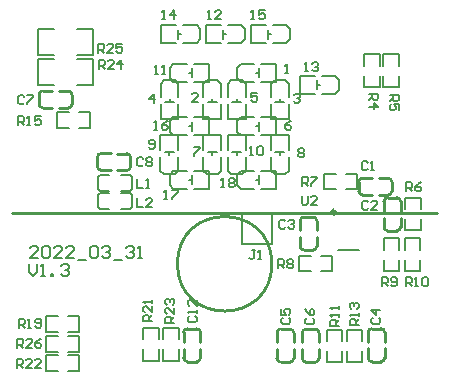
<source format=gto>
G04*
G04 #@! TF.GenerationSoftware,Altium Limited,Altium Designer,20.0.2 (26)*
G04*
G04 Layer_Color=65535*
%FSLAX25Y25*%
%MOIN*%
G70*
G01*
G75*
%ADD10C,0.01000*%
%ADD11C,0.01181*%
%ADD12C,0.00591*%
%ADD13C,0.00799*%
%ADD14C,0.00800*%
%ADD15C,0.00600*%
%ADD16C,0.00598*%
D10*
X86614Y42129D02*
G03*
X86614Y42129I-15748J0D01*
G01*
X125337Y65075D02*
G03*
X126557Y66295I0J1220D01*
G01*
Y69445D02*
G03*
X125337Y70665I-1220J0D01*
G01*
X115551Y66318D02*
G03*
X116771Y65098I1220J-0D01*
G01*
Y70688D02*
G03*
X115551Y69468I0J-1220D01*
G01*
X129540Y62968D02*
G03*
X128321Y64188I-1220J0D01*
G01*
X125171D02*
G03*
X123951Y62968I-0J-1220D01*
G01*
X128297Y53182D02*
G03*
X129517Y54401I0J1220D01*
G01*
X123928D02*
G03*
X125148Y53182I1220J0D01*
G01*
X96005Y47955D02*
G03*
X97225Y46736I1220J0D01*
G01*
X100374D02*
G03*
X101594Y47955I0J1220D01*
G01*
X97248Y57741D02*
G03*
X96028Y56522I-0J-1220D01*
G01*
X101617D02*
G03*
X100397Y57741I-1220J0D01*
G01*
X124217Y19337D02*
G03*
X122997Y20557I-1220J0D01*
G01*
X119847D02*
G03*
X118628Y19337I-0J-1220D01*
G01*
X122974Y9551D02*
G03*
X124194Y10771I0J1220D01*
G01*
X118605D02*
G03*
X119824Y9551I1220J0D01*
G01*
X88283Y10587D02*
G03*
X89503Y9367I1220J0D01*
G01*
X92653D02*
G03*
X93872Y10587I0J1220D01*
G01*
X89526Y20373D02*
G03*
X88306Y19153I-0J-1220D01*
G01*
X93895D02*
G03*
X92676Y20373I-1220J0D01*
G01*
X96733Y10587D02*
G03*
X97953Y9367I1220J0D01*
G01*
X101103D02*
G03*
X102323Y10587I0J1220D01*
G01*
X97976Y20373D02*
G03*
X96756Y19153I-0J-1220D01*
G01*
X102346D02*
G03*
X101126Y20373I-1220J0D01*
G01*
X10186Y99717D02*
G03*
X8967Y98497I0J-1220D01*
G01*
Y95347D02*
G03*
X10186Y94128I1220J-0D01*
G01*
X19973Y98474D02*
G03*
X18753Y99694I-1220J0D01*
G01*
Y94105D02*
G03*
X19973Y95324I0J1220D01*
G01*
X29686Y78917D02*
G03*
X28466Y77697I0J-1220D01*
G01*
Y74547D02*
G03*
X29686Y73327I1220J-0D01*
G01*
X39472Y77674D02*
G03*
X38253Y78894I-1220J0D01*
G01*
Y73305D02*
G03*
X39472Y74524I0J1220D01*
G01*
X57183Y10731D02*
G03*
X58403Y9511I1220J0D01*
G01*
X61553D02*
G03*
X62773Y10731I0J1220D01*
G01*
X58426Y20517D02*
G03*
X57206Y19297I-0J-1220D01*
G01*
X62795D02*
G03*
X61576Y20517I-1220J0D01*
G01*
X57Y59109D02*
X141789D01*
X115551Y66318D02*
Y69468D01*
X116771Y65098D02*
X119920D01*
X116771Y70688D02*
X119920D01*
X122187Y65075D02*
X125337D01*
X126557Y66295D02*
Y69445D01*
X122187Y70665D02*
X125337D01*
X125148Y53182D02*
X128297D01*
X129517Y54401D02*
Y57551D01*
X123928Y54401D02*
Y57551D01*
X129540Y59818D02*
Y62968D01*
X125171Y64187D02*
X128321D01*
X123951Y59818D02*
Y62968D01*
X97248Y57741D02*
X100398D01*
X96028Y53372D02*
Y56522D01*
X101617Y53372D02*
Y56522D01*
X96005Y47956D02*
Y51105D01*
X97225Y46736D02*
X100374D01*
X101594Y47956D02*
Y51105D01*
X119824Y9551D02*
X122974D01*
X124194Y10770D02*
Y13920D01*
X118605Y10770D02*
Y13920D01*
X124217Y16187D02*
Y19337D01*
X119847Y20557D02*
X122997D01*
X118628Y16187D02*
Y19337D01*
X89526Y20373D02*
X92676D01*
X88306Y16004D02*
Y19153D01*
X93895Y16004D02*
Y19153D01*
X88283Y10587D02*
Y13736D01*
X89503Y9367D02*
X92653D01*
X93872Y10587D02*
Y13736D01*
X97976Y20373D02*
X101126D01*
X96756Y16004D02*
Y19153D01*
X102346Y16004D02*
Y19153D01*
X96733Y10587D02*
Y13736D01*
X97953Y9367D02*
X101103D01*
X102322Y10587D02*
Y13736D01*
X19973Y95324D02*
Y98474D01*
X15603Y99694D02*
X18753D01*
X15603Y94105D02*
X18753D01*
X10187Y99717D02*
X13336D01*
X8967Y95347D02*
Y98497D01*
X10187Y94128D02*
X13336D01*
X39472Y74524D02*
Y77674D01*
X35103Y78894D02*
X38253D01*
X35103Y73305D02*
X38253D01*
X29686Y78917D02*
X32836D01*
X28467Y74547D02*
Y77697D01*
X29686Y73328D02*
X32836D01*
X58426Y20517D02*
X61576D01*
X57206Y16148D02*
Y19297D01*
X62795Y16148D02*
Y19297D01*
X57183Y10731D02*
Y13881D01*
X58403Y9511D02*
X61553D01*
X62772Y10731D02*
Y13881D01*
D11*
X107778Y59368D02*
G03*
X107778Y59368I-591J0D01*
G01*
D12*
X83081Y90953D02*
X88002D01*
X83081Y85047D02*
X88002D01*
X76191Y90953D02*
X80719D01*
X76191Y85047D02*
X80719D01*
X88002Y85126D02*
Y90952D01*
X75010Y86622D02*
Y89378D01*
Y89772D02*
X76191Y90953D01*
X75010Y89378D02*
Y89772D01*
Y86228D02*
X76191Y85047D01*
X75010Y86228D02*
Y86622D01*
X81400Y88025D02*
X82400D01*
Y86500D02*
Y89500D01*
X83081Y108753D02*
X88002D01*
X83081Y102847D02*
X88002D01*
X76191Y108753D02*
X80719D01*
X76191Y102847D02*
X80719D01*
X88002Y102926D02*
Y108752D01*
X75010Y104422D02*
Y107178D01*
Y107572D02*
X76191Y108753D01*
X75010Y107178D02*
Y107572D01*
Y104028D02*
X76191Y102847D01*
X75010Y104028D02*
Y104422D01*
X81400Y105825D02*
X82400D01*
Y104300D02*
Y107300D01*
X69653Y90398D02*
Y95319D01*
X63747Y90398D02*
Y95319D01*
X69653Y97681D02*
Y102209D01*
X63747Y97681D02*
Y102209D01*
X63826Y90398D02*
X69652D01*
X65322Y103390D02*
X68078D01*
X68472D02*
X69653Y102209D01*
X68078Y103390D02*
X68472D01*
X63747Y102209D02*
X64928Y103390D01*
X65322D01*
X66725Y96000D02*
Y97000D01*
X65200Y96000D02*
X68200D01*
X92253Y90398D02*
Y95319D01*
X86347Y90398D02*
Y95319D01*
X92253Y97681D02*
Y102209D01*
X86347Y97681D02*
Y102209D01*
X86426Y90398D02*
X92252D01*
X87922Y103390D02*
X90678D01*
X91072D02*
X92253Y102209D01*
X90678Y103390D02*
X91072D01*
X86347Y102209D02*
X87528Y103390D01*
X87922D01*
X89325Y96000D02*
Y97000D01*
X87800Y96000D02*
X90800D01*
X55453Y90398D02*
Y95319D01*
X49547Y90398D02*
Y95319D01*
X55453Y97681D02*
Y102209D01*
X49547Y97681D02*
Y102209D01*
X49626Y90398D02*
X55452D01*
X51122Y103390D02*
X53878D01*
X54272D02*
X55453Y102209D01*
X53878Y103390D02*
X54272D01*
X49547Y102209D02*
X50728Y103390D01*
X51122D01*
X52525Y96000D02*
Y97000D01*
X51000Y96000D02*
X54000D01*
X77853Y90398D02*
Y95319D01*
X71947Y90398D02*
Y95319D01*
X77853Y97681D02*
Y102209D01*
X71947Y97681D02*
Y102209D01*
X72026Y90398D02*
X77852D01*
X73522Y103390D02*
X76278D01*
X76672D02*
X77853Y102209D01*
X76278Y103390D02*
X76672D01*
X71947Y102209D02*
X73128Y103390D01*
X73522D01*
X74925Y96000D02*
Y97000D01*
X73400Y96000D02*
X76400D01*
X60681Y108753D02*
X65602D01*
X60681Y102847D02*
X65602D01*
X53791Y108753D02*
X58319D01*
X53791Y102847D02*
X58319D01*
X65602Y102926D02*
Y108752D01*
X52610Y104422D02*
Y107178D01*
Y107572D02*
X53791Y108753D01*
X52610Y107178D02*
Y107572D01*
Y104028D02*
X53791Y102847D01*
X52610Y104028D02*
Y104422D01*
X59000Y105825D02*
X60000D01*
Y104300D02*
Y107300D01*
X63800Y80081D02*
Y85002D01*
X69706Y80081D02*
Y85002D01*
X63800Y73191D02*
Y77719D01*
X69706Y73191D02*
Y77719D01*
X63801Y85002D02*
X69627D01*
X65375Y72010D02*
X68131D01*
X63800Y73191D02*
X64981Y72010D01*
X65375D01*
X68525D02*
X69706Y73191D01*
X68131Y72010D02*
X68525D01*
X66728Y78400D02*
Y79400D01*
X65253D02*
X68253D01*
X95998Y98847D02*
X100919D01*
X95998Y104753D02*
X100919D01*
X103281Y98847D02*
X107809D01*
X103281Y104753D02*
X107809D01*
X95998Y98848D02*
Y104674D01*
X108990Y100422D02*
Y103178D01*
X107809Y98847D02*
X108990Y100028D01*
Y100422D01*
X107809Y104753D02*
X108990Y103572D01*
Y103178D02*
Y103572D01*
X101600Y101775D02*
X102600D01*
X101600Y100300D02*
Y103300D01*
X86347Y80081D02*
Y85002D01*
X92253Y80081D02*
Y85002D01*
X86347Y73191D02*
Y77719D01*
X92253Y73191D02*
Y77719D01*
X86348Y85002D02*
X92174D01*
X87922Y72010D02*
X90678D01*
X86347Y73191D02*
X87528Y72010D01*
X87922D01*
X91072D02*
X92253Y73191D01*
X90678Y72010D02*
X91072D01*
X89275Y78400D02*
Y79400D01*
X87800D02*
X90800D01*
X49447Y80081D02*
Y85002D01*
X55353Y80081D02*
Y85002D01*
X49447Y73191D02*
Y77719D01*
X55353Y73191D02*
Y77719D01*
X49448Y85002D02*
X55274D01*
X51022Y72010D02*
X53778D01*
X49447Y73191D02*
X50628Y72010D01*
X51022D01*
X54172D02*
X55353Y73191D01*
X53778Y72010D02*
X54172D01*
X52375Y78400D02*
Y79400D01*
X50900D02*
X53900D01*
X71947Y80081D02*
Y85002D01*
X77853Y80081D02*
Y85002D01*
X71947Y73191D02*
Y77719D01*
X77853Y73191D02*
Y77719D01*
X71948Y85002D02*
X77774D01*
X73522Y72010D02*
X76278D01*
X71947Y73191D02*
X73128Y72010D01*
X73522D01*
X76672D02*
X77853Y73191D01*
X76278Y72010D02*
X76672D01*
X74875Y78400D02*
Y79400D01*
X73400D02*
X76400D01*
X60681Y73053D02*
X65602D01*
X60681Y67147D02*
X65602D01*
X53791Y73053D02*
X58319D01*
X53791Y67147D02*
X58319D01*
X65602Y67226D02*
Y73053D01*
X52610Y68722D02*
Y71478D01*
Y71872D02*
X53791Y73053D01*
X52610Y71478D02*
Y71872D01*
Y68328D02*
X53791Y67147D01*
X52610Y68328D02*
Y68722D01*
X59000Y70125D02*
X60000D01*
Y68600D02*
Y71600D01*
X60681Y90953D02*
X65602D01*
X60681Y85047D02*
X65602D01*
X53791Y90953D02*
X58319D01*
X53791Y85047D02*
X58319D01*
X65602Y85126D02*
Y90952D01*
X52610Y86622D02*
Y89378D01*
Y89772D02*
X53791Y90953D01*
X52610Y89378D02*
Y89772D01*
Y86228D02*
X53791Y85047D01*
X52610Y86228D02*
Y86622D01*
X59000Y88025D02*
X60000D01*
Y86500D02*
Y89500D01*
X83081Y73053D02*
X88002D01*
X83081Y67147D02*
X88002D01*
X76191Y73053D02*
X80719D01*
X76191Y67147D02*
X80719D01*
X88002Y67226D02*
Y73053D01*
X75010Y68722D02*
Y71478D01*
Y71872D02*
X76191Y73053D01*
X75010Y71478D02*
Y71872D01*
Y68328D02*
X76191Y67147D01*
X75010Y68328D02*
Y68722D01*
X81400Y70125D02*
X82400D01*
Y68600D02*
Y71600D01*
X49698Y115747D02*
X54619D01*
X49698Y121653D02*
X54619D01*
X56981Y115747D02*
X61509D01*
X56981Y121653D02*
X61509D01*
X49698Y115748D02*
Y121574D01*
X62690Y117322D02*
Y120078D01*
X61509Y115747D02*
X62690Y116928D01*
Y117322D01*
X61509Y121653D02*
X62690Y120472D01*
Y120078D02*
Y120472D01*
X55300Y118675D02*
X56300D01*
X55300Y117200D02*
Y120200D01*
X64673Y115747D02*
X69595D01*
X64673Y121653D02*
X69595D01*
X71957Y115747D02*
X76484D01*
X71957Y121653D02*
X76484D01*
X64673Y115748D02*
Y121574D01*
X77665Y117322D02*
Y120078D01*
X76484Y115747D02*
X77665Y116928D01*
Y117322D01*
X76484Y121653D02*
X77665Y120472D01*
Y120078D02*
Y120472D01*
X70275Y118675D02*
X71275D01*
X70275Y117200D02*
Y120200D01*
X79649Y115747D02*
X84570D01*
X79649Y121653D02*
X84570D01*
X86932Y115747D02*
X91460D01*
X86932Y121653D02*
X91460D01*
X79649Y115748D02*
Y121574D01*
X92641Y117322D02*
Y120078D01*
X91460Y115747D02*
X92641Y116928D01*
Y117322D01*
X91460Y121653D02*
X92641Y120472D01*
Y120078D02*
Y120472D01*
X85251Y118675D02*
X86251D01*
X85251Y117200D02*
Y120200D01*
D13*
X86700Y48800D02*
Y51300D01*
D14*
Y58800D01*
X76700D02*
X86700D01*
X76700Y48800D02*
Y58800D01*
Y48800D02*
X86700D01*
X5800Y42199D02*
Y39533D01*
X7133Y38200D01*
X8466Y39533D01*
Y42199D01*
X9799Y38200D02*
X11132D01*
X10465D01*
Y42199D01*
X9799Y41532D01*
X13131Y38200D02*
Y38866D01*
X13797D01*
Y38200D01*
X13131D01*
X16463Y41532D02*
X17130Y42199D01*
X18463D01*
X19129Y41532D01*
Y40866D01*
X18463Y40199D01*
X17796D01*
X18463D01*
X19129Y39533D01*
Y38866D01*
X18463Y38200D01*
X17130D01*
X16463Y38866D01*
X8666Y44100D02*
X6000D01*
X8666Y46766D01*
Y47432D01*
X7999Y48099D01*
X6667D01*
X6000Y47432D01*
X9999D02*
X10665Y48099D01*
X11998D01*
X12664Y47432D01*
Y44766D01*
X11998Y44100D01*
X10665D01*
X9999Y44766D01*
Y47432D01*
X16663Y44100D02*
X13997D01*
X16663Y46766D01*
Y47432D01*
X15997Y48099D01*
X14664D01*
X13997Y47432D01*
X20662Y44100D02*
X17996D01*
X20662Y46766D01*
Y47432D01*
X19996Y48099D01*
X18663D01*
X17996Y47432D01*
X21995Y43434D02*
X24661D01*
X25993Y47432D02*
X26660Y48099D01*
X27993D01*
X28659Y47432D01*
Y44766D01*
X27993Y44100D01*
X26660D01*
X25993Y44766D01*
Y47432D01*
X29992D02*
X30659Y48099D01*
X31992D01*
X32658Y47432D01*
Y46766D01*
X31992Y46099D01*
X31325D01*
X31992D01*
X32658Y45433D01*
Y44766D01*
X31992Y44100D01*
X30659D01*
X29992Y44766D01*
X33991Y43434D02*
X36657D01*
X37990Y47432D02*
X38656Y48099D01*
X39989D01*
X40655Y47432D01*
Y46766D01*
X39989Y46099D01*
X39323D01*
X39989D01*
X40655Y45433D01*
Y44766D01*
X39989Y44100D01*
X38656D01*
X37990Y44766D01*
X41988Y44100D02*
X43321D01*
X42655D01*
Y48099D01*
X41988Y47432D01*
D15*
X28693Y71137D02*
X29293Y71737D01*
X28693Y67135D02*
Y71137D01*
Y67135D02*
X29293Y66536D01*
X39254D02*
X39854Y67135D01*
Y71137D01*
X39254Y71737D02*
X39854Y71137D01*
X28693Y65034D02*
X29293Y65634D01*
X28693Y61032D02*
Y65034D01*
Y61032D02*
X29293Y60432D01*
X39254D02*
X39854Y61032D01*
Y65034D01*
X39254Y65634D02*
X39854Y65034D01*
X122601Y108178D02*
Y111953D01*
X117399D02*
X122601D01*
X117399Y108178D02*
Y111953D01*
X122601Y101047D02*
Y104822D01*
X117399Y101047D02*
X122601D01*
X117399D02*
Y104822D01*
X128901Y108178D02*
Y111953D01*
X123699D02*
X128901D01*
X123699Y108178D02*
Y111953D01*
X128901Y101047D02*
Y104822D01*
X123699Y101047D02*
X128901D01*
X123699D02*
Y104822D01*
X131099Y53247D02*
Y57022D01*
Y53247D02*
X136301D01*
Y57022D01*
X131099Y60378D02*
Y64153D01*
X136301D01*
Y60378D02*
Y64153D01*
X111278Y66999D02*
X115053D01*
Y72201D01*
X111278D02*
X115053D01*
X104147Y66999D02*
X107922D01*
X104147D02*
Y72201D01*
X107922D01*
X102936Y39668D02*
X106711D01*
Y44870D01*
X102936D02*
X106711D01*
X95805Y39668D02*
X99580D01*
X95805D02*
Y44870D01*
X99580D01*
X123823Y39668D02*
Y43443D01*
Y39668D02*
X129024D01*
Y43443D01*
X123823Y46799D02*
Y50574D01*
X129024D01*
Y46799D02*
Y50574D01*
X130923Y39668D02*
Y43443D01*
Y39668D02*
X136124D01*
Y43443D01*
X130923Y46799D02*
Y50574D01*
X136124D01*
Y46799D02*
Y50574D01*
X104899Y9316D02*
Y13091D01*
Y9316D02*
X110101D01*
Y13091D01*
X104899Y16447D02*
Y20222D01*
X110101D01*
Y16447D02*
Y20222D01*
X116801Y16457D02*
Y20232D01*
X111599D02*
X116801D01*
X111599Y16457D02*
Y20232D01*
X116801Y9326D02*
Y13101D01*
X111599Y9326D02*
X116801D01*
X111599D02*
Y13101D01*
X15047Y92601D02*
X18822D01*
X15047Y87399D02*
Y92601D01*
Y87399D02*
X18822D01*
X22178Y92601D02*
X25953D01*
Y87399D02*
Y92601D01*
X22178Y87399D02*
X25953D01*
X11447Y24601D02*
X15222D01*
X11447Y19399D02*
Y24601D01*
Y19399D02*
X15222D01*
X18578Y24601D02*
X22353D01*
Y19399D02*
Y24601D01*
X18578Y19399D02*
X22353D01*
X43699Y9811D02*
Y13586D01*
Y9811D02*
X48901D01*
Y13586D01*
X43699Y16942D02*
Y20717D01*
X48901D01*
Y16942D02*
Y20717D01*
X11447Y11601D02*
X15222D01*
X11447Y6399D02*
Y11601D01*
Y6399D02*
X15222D01*
X18578Y11601D02*
X22353D01*
Y6399D02*
Y11601D01*
X18578Y6399D02*
X22353D01*
X55601Y16942D02*
Y20717D01*
X50399D02*
X55601D01*
X50399Y16942D02*
Y20717D01*
X55601Y9811D02*
Y13586D01*
X50399Y9811D02*
X55601D01*
X50399D02*
Y13586D01*
X8766Y110348D02*
X14120D01*
X8766Y101852D02*
Y110348D01*
Y101852D02*
X14120D01*
X21610Y110348D02*
X26964D01*
Y101852D02*
Y110348D01*
X21610Y101852D02*
X26964D01*
X8766Y120248D02*
X14120D01*
X8766Y111752D02*
Y120248D01*
Y111752D02*
X14120D01*
X21610Y120248D02*
X26964D01*
Y111752D02*
Y120248D01*
X21610Y111752D02*
X26964D01*
X11447Y18101D02*
X15222D01*
X11447Y12899D02*
Y18101D01*
Y12899D02*
X15222D01*
X18578Y18101D02*
X22353D01*
Y12899D02*
Y18101D01*
X18578Y12899D02*
X22353D01*
X108810Y58860D02*
X115812D01*
X108810Y46740D02*
X115812D01*
X92999Y89899D02*
X92000Y89399D01*
X91000Y88399D01*
Y87400D01*
X91500Y86900D01*
X92500D01*
X92999Y87400D01*
Y87900D01*
X92500Y88399D01*
X91000D01*
X118599Y75899D02*
X118099Y76399D01*
X117100D01*
X116600Y75899D01*
Y73900D01*
X117100Y73400D01*
X118099D01*
X118599Y73900D01*
X119599Y73400D02*
X120599D01*
X120099D01*
Y76399D01*
X119599Y75899D01*
X118799Y62699D02*
X118299Y63199D01*
X117300D01*
X116800Y62699D01*
Y60700D01*
X117300Y60200D01*
X118299D01*
X118799Y60700D01*
X121798Y60200D02*
X119799D01*
X121798Y62199D01*
Y62699D01*
X121299Y63199D01*
X120299D01*
X119799Y62699D01*
X90999Y56299D02*
X90500Y56799D01*
X89500D01*
X89000Y56299D01*
Y54300D01*
X89500Y53800D01*
X90500D01*
X90999Y54300D01*
X91999Y56299D02*
X92499Y56799D01*
X93499D01*
X93998Y56299D01*
Y55799D01*
X93499Y55300D01*
X92999D01*
X93499D01*
X93998Y54800D01*
Y54300D01*
X93499Y53800D01*
X92499D01*
X91999Y54300D01*
X120301Y24099D02*
X119801Y23599D01*
Y22600D01*
X120301Y22100D01*
X122300D01*
X122800Y22600D01*
Y23599D01*
X122300Y24099D01*
X122800Y26599D02*
X119801D01*
X121300Y25099D01*
Y27098D01*
X90201Y24199D02*
X89701Y23699D01*
Y22700D01*
X90201Y22200D01*
X92200D01*
X92700Y22700D01*
Y23699D01*
X92200Y24199D01*
X89701Y27198D02*
Y25199D01*
X91201D01*
X90701Y26199D01*
Y26699D01*
X91201Y27198D01*
X92200D01*
X92700Y26699D01*
Y25699D01*
X92200Y25199D01*
X98301Y23999D02*
X97801Y23499D01*
Y22500D01*
X98301Y22000D01*
X100300D01*
X100800Y22500D01*
Y23499D01*
X100300Y23999D01*
X97801Y26998D02*
X98301Y25999D01*
X99300Y24999D01*
X100300D01*
X100800Y25499D01*
Y26499D01*
X100300Y26998D01*
X99800D01*
X99300Y26499D01*
Y24999D01*
X4099Y97799D02*
X3599Y98299D01*
X2600D01*
X2100Y97799D01*
Y95800D01*
X2600Y95300D01*
X3599D01*
X4099Y95800D01*
X5099Y98299D02*
X7098D01*
Y97799D01*
X5099Y95800D01*
Y95300D01*
X43800Y77099D02*
X43300Y77599D01*
X42300D01*
X41800Y77099D01*
Y75100D01*
X42300Y74600D01*
X43300D01*
X43800Y75100D01*
X44799Y77099D02*
X45299Y77599D01*
X46299D01*
X46799Y77099D01*
Y76599D01*
X46299Y76099D01*
X46799Y75600D01*
Y75100D01*
X46299Y74600D01*
X45299D01*
X44799Y75100D01*
Y75600D01*
X45299Y76099D01*
X44799Y76599D01*
Y77099D01*
X45299Y76099D02*
X46299D01*
X59001Y24599D02*
X58501Y24100D01*
Y23100D01*
X59001Y22600D01*
X61000D01*
X61500Y23100D01*
Y24100D01*
X61000Y24599D01*
X61500Y25599D02*
Y26599D01*
Y26099D01*
X58501D01*
X59001Y25599D01*
X61500Y30098D02*
Y28098D01*
X59501Y30098D01*
X59001D01*
X58501Y29598D01*
Y28598D01*
X59001Y28098D01*
X81099Y46699D02*
X80100D01*
X80599D01*
Y44200D01*
X80100Y43700D01*
X79600D01*
X79100Y44200D01*
X82099Y43700D02*
X83099D01*
X82599D01*
Y46699D01*
X82099Y46199D01*
X41800Y70499D02*
Y67500D01*
X43800D01*
X44799D02*
X45799D01*
X45299D01*
Y70499D01*
X44799Y69999D01*
X41800Y63999D02*
Y61000D01*
X43800D01*
X46799D02*
X44799D01*
X46799Y62999D01*
Y63499D01*
X46299Y63999D01*
X45299D01*
X44799Y63499D01*
X91100Y105600D02*
X92100D01*
X91600D01*
Y108599D01*
X91100Y108099D01*
X61899Y96100D02*
X59900D01*
X61899Y98099D01*
Y98599D01*
X61400Y99099D01*
X60400D01*
X59900Y98599D01*
X93900Y98299D02*
X94400Y98799D01*
X95399D01*
X95899Y98299D01*
Y97799D01*
X95399Y97299D01*
X94900D01*
X95399D01*
X95899Y96800D01*
Y96300D01*
X95399Y95800D01*
X94400D01*
X93900Y96300D01*
X47199Y95600D02*
Y98599D01*
X45700Y97100D01*
X47699D01*
X81699Y99199D02*
X79700D01*
Y97699D01*
X80700Y98199D01*
X81200D01*
X81699Y97699D01*
Y96700D01*
X81200Y96200D01*
X80200D01*
X79700Y96700D01*
X47500Y105400D02*
X48500D01*
X48000D01*
Y108399D01*
X47500Y107899D01*
X49999Y105400D02*
X50999D01*
X50499D01*
Y108399D01*
X49999Y107899D01*
X60500Y81099D02*
X62499D01*
Y80599D01*
X60500Y78600D01*
Y78100D01*
X65200Y123700D02*
X66200D01*
X65700D01*
Y126699D01*
X65200Y126199D01*
X69699Y123700D02*
X67699D01*
X69699Y125699D01*
Y126199D01*
X69199Y126699D01*
X68199D01*
X67699Y126199D01*
X97600Y106300D02*
X98600D01*
X98100D01*
Y109299D01*
X97600Y108799D01*
X100099D02*
X100599Y109299D01*
X101599D01*
X102099Y108799D01*
Y108299D01*
X101599Y107799D01*
X101099D01*
X101599D01*
X102099Y107300D01*
Y106800D01*
X101599Y106300D01*
X100599D01*
X100099Y106800D01*
X50100Y123600D02*
X51100D01*
X50600D01*
Y126599D01*
X50100Y126099D01*
X54099Y123600D02*
Y126599D01*
X52599Y125100D01*
X54598D01*
X79800Y123700D02*
X80800D01*
X80300D01*
Y126699D01*
X79800Y126199D01*
X84298Y126699D02*
X82299D01*
Y125199D01*
X83299Y125699D01*
X83799D01*
X84298Y125199D01*
Y124200D01*
X83799Y123700D01*
X82799D01*
X82299Y124200D01*
X95400Y80099D02*
X95900Y80599D01*
X96899D01*
X97399Y80099D01*
Y79599D01*
X96899Y79100D01*
X97399Y78600D01*
Y78100D01*
X96899Y77600D01*
X95900D01*
X95400Y78100D01*
Y78600D01*
X95900Y79100D01*
X95400Y79599D01*
Y80099D01*
X95900Y79100D02*
X96899D01*
X45500Y81000D02*
X46000Y80500D01*
X46999D01*
X47499Y81000D01*
Y82999D01*
X46999Y83499D01*
X46000D01*
X45500Y82999D01*
Y82499D01*
X46000Y81999D01*
X47499D01*
X79300Y78400D02*
X80300D01*
X79800D01*
Y81399D01*
X79300Y80899D01*
X81799D02*
X82299Y81399D01*
X83299D01*
X83798Y80899D01*
Y78900D01*
X83299Y78400D01*
X82299D01*
X81799Y78900D01*
Y80899D01*
X50800Y63600D02*
X51800D01*
X51300D01*
Y66599D01*
X50800Y66099D01*
X53299Y66599D02*
X55299D01*
Y66099D01*
X53299Y64100D01*
Y63600D01*
X47400Y86900D02*
X48400D01*
X47900D01*
Y89899D01*
X47400Y89399D01*
X51898Y89899D02*
X50899Y89399D01*
X49899Y88399D01*
Y87400D01*
X50399Y86900D01*
X51399D01*
X51898Y87400D01*
Y87900D01*
X51399Y88399D01*
X49899D01*
X69800Y67700D02*
X70800D01*
X70300D01*
Y70699D01*
X69800Y70199D01*
X72299D02*
X72799Y70699D01*
X73799D01*
X74299Y70199D01*
Y69699D01*
X73799Y69200D01*
X74299Y68700D01*
Y68200D01*
X73799Y67700D01*
X72799D01*
X72299Y68200D01*
Y68700D01*
X72799Y69200D01*
X72299Y69699D01*
Y70199D01*
X72799Y69200D02*
X73799D01*
X119000Y98900D02*
X121999D01*
Y97400D01*
X121499Y96901D01*
X120500D01*
X120000Y97400D01*
Y98900D01*
Y97900D02*
X119000Y96901D01*
Y94401D02*
X121999D01*
X120500Y95901D01*
Y93902D01*
X125900Y98400D02*
X128899D01*
Y96900D01*
X128399Y96401D01*
X127400D01*
X126900Y96900D01*
Y98400D01*
Y97400D02*
X125900Y96401D01*
X128899Y93402D02*
Y95401D01*
X127400D01*
X127899Y94401D01*
Y93901D01*
X127400Y93402D01*
X126400D01*
X125900Y93901D01*
Y94901D01*
X126400Y95401D01*
X131400Y66400D02*
Y69399D01*
X132899D01*
X133399Y68899D01*
Y67900D01*
X132899Y67400D01*
X131400D01*
X132400D02*
X133399Y66400D01*
X136398Y69399D02*
X135399Y68899D01*
X134399Y67900D01*
Y66900D01*
X134899Y66400D01*
X135899D01*
X136398Y66900D01*
Y67400D01*
X135899Y67900D01*
X134399D01*
X96700Y68100D02*
Y71099D01*
X98199D01*
X98699Y70599D01*
Y69599D01*
X98199Y69100D01*
X96700D01*
X97700D02*
X98699Y68100D01*
X99699Y71099D02*
X101698D01*
Y70599D01*
X99699Y68600D01*
Y68100D01*
X88800Y40600D02*
Y43599D01*
X90299D01*
X90799Y43099D01*
Y42099D01*
X90299Y41600D01*
X88800D01*
X89800D02*
X90799Y40600D01*
X91799Y43099D02*
X92299Y43599D01*
X93299D01*
X93798Y43099D01*
Y42599D01*
X93299Y42099D01*
X93798Y41600D01*
Y41100D01*
X93299Y40600D01*
X92299D01*
X91799Y41100D01*
Y41600D01*
X92299Y42099D01*
X91799Y42599D01*
Y43099D01*
X92299Y42099D02*
X93299D01*
X123200Y34600D02*
Y37599D01*
X124699D01*
X125199Y37099D01*
Y36099D01*
X124699Y35600D01*
X123200D01*
X124200D02*
X125199Y34600D01*
X126199Y35100D02*
X126699Y34600D01*
X127699D01*
X128198Y35100D01*
Y37099D01*
X127699Y37599D01*
X126699D01*
X126199Y37099D01*
Y36599D01*
X126699Y36099D01*
X128198D01*
X131300Y34600D02*
Y37599D01*
X132799D01*
X133299Y37099D01*
Y36099D01*
X132799Y35600D01*
X131300D01*
X132300D02*
X133299Y34600D01*
X134299D02*
X135299D01*
X134799D01*
Y37599D01*
X134299Y37099D01*
X136798D02*
X137298Y37599D01*
X138298D01*
X138798Y37099D01*
Y35100D01*
X138298Y34600D01*
X137298D01*
X136798Y35100D01*
Y37099D01*
X109100Y21500D02*
X106101D01*
Y22999D01*
X106601Y23499D01*
X107600D01*
X108100Y22999D01*
Y21500D01*
Y22500D02*
X109100Y23499D01*
Y24499D02*
Y25499D01*
Y24999D01*
X106101D01*
X106601Y24499D01*
X109100Y26998D02*
Y27998D01*
Y27498D01*
X106101D01*
X106601Y26998D01*
X115600Y21600D02*
X112601D01*
Y23099D01*
X113101Y23599D01*
X114101D01*
X114600Y23099D01*
Y21600D01*
Y22600D02*
X115600Y23599D01*
Y24599D02*
Y25599D01*
Y25099D01*
X112601D01*
X113101Y24599D01*
Y27098D02*
X112601Y27598D01*
Y28598D01*
X113101Y29098D01*
X113601D01*
X114101Y28598D01*
Y28098D01*
Y28598D01*
X114600Y29098D01*
X115100D01*
X115600Y28598D01*
Y27598D01*
X115100Y27098D01*
X2100Y88400D02*
Y91399D01*
X3599D01*
X4099Y90899D01*
Y89899D01*
X3599Y89400D01*
X2100D01*
X3100D02*
X4099Y88400D01*
X5099D02*
X6099D01*
X5599D01*
Y91399D01*
X5099Y90899D01*
X9598Y91399D02*
X7598D01*
Y89899D01*
X8598Y90399D01*
X9098D01*
X9598Y89899D01*
Y88900D01*
X9098Y88400D01*
X8098D01*
X7598Y88900D01*
X2300Y20800D02*
Y23799D01*
X3799D01*
X4299Y23299D01*
Y22299D01*
X3799Y21800D01*
X2300D01*
X3300D02*
X4299Y20800D01*
X5299D02*
X6299D01*
X5799D01*
Y23799D01*
X5299Y23299D01*
X7798Y21300D02*
X8298Y20800D01*
X9298D01*
X9798Y21300D01*
Y23299D01*
X9298Y23799D01*
X8298D01*
X7798Y23299D01*
Y22799D01*
X8298Y22299D01*
X9798D01*
X46800Y23000D02*
X43801D01*
Y24499D01*
X44301Y24999D01*
X45300D01*
X45800Y24499D01*
Y23000D01*
Y24000D02*
X46800Y24999D01*
Y27998D02*
Y25999D01*
X44801Y27998D01*
X44301D01*
X43801Y27499D01*
Y26499D01*
X44301Y25999D01*
X46800Y28998D02*
Y29998D01*
Y29498D01*
X43801D01*
X44301Y28998D01*
X1600Y7500D02*
Y10499D01*
X3100D01*
X3599Y9999D01*
Y8999D01*
X3100Y8500D01*
X1600D01*
X2600D02*
X3599Y7500D01*
X6598D02*
X4599D01*
X6598Y9499D01*
Y9999D01*
X6099Y10499D01*
X5099D01*
X4599Y9999D01*
X9597Y7500D02*
X7598D01*
X9597Y9499D01*
Y9999D01*
X9098Y10499D01*
X8098D01*
X7598Y9999D01*
X54000Y22500D02*
X51001D01*
Y24000D01*
X51501Y24499D01*
X52500D01*
X53000Y24000D01*
Y22500D01*
Y23500D02*
X54000Y24499D01*
Y27498D02*
Y25499D01*
X52001Y27498D01*
X51501D01*
X51001Y26999D01*
Y25999D01*
X51501Y25499D01*
Y28498D02*
X51001Y28998D01*
Y29998D01*
X51501Y30497D01*
X52001D01*
X52500Y29998D01*
Y29498D01*
Y29998D01*
X53000Y30497D01*
X53500D01*
X54000Y29998D01*
Y28998D01*
X53500Y28498D01*
X28900Y107200D02*
Y110199D01*
X30400D01*
X30899Y109699D01*
Y108700D01*
X30400Y108200D01*
X28900D01*
X29900D02*
X30899Y107200D01*
X33898D02*
X31899D01*
X33898Y109199D01*
Y109699D01*
X33399Y110199D01*
X32399D01*
X31899Y109699D01*
X36398Y107200D02*
Y110199D01*
X34898Y108700D01*
X36897D01*
X28700Y112500D02*
Y115499D01*
X30200D01*
X30699Y114999D01*
Y113999D01*
X30200Y113500D01*
X28700D01*
X29700D02*
X30699Y112500D01*
X33698D02*
X31699D01*
X33698Y114499D01*
Y114999D01*
X33199Y115499D01*
X32199D01*
X31699Y114999D01*
X36697Y115499D02*
X34698D01*
Y113999D01*
X35698Y114499D01*
X36198D01*
X36697Y113999D01*
Y113000D01*
X36198Y112500D01*
X35198D01*
X34698Y113000D01*
X1800Y14100D02*
Y17099D01*
X3300D01*
X3799Y16599D01*
Y15599D01*
X3300Y15100D01*
X1800D01*
X2800D02*
X3799Y14100D01*
X6798D02*
X4799D01*
X6798Y16099D01*
Y16599D01*
X6299Y17099D01*
X5299D01*
X4799Y16599D01*
X9797Y17099D02*
X8798Y16599D01*
X7798Y15599D01*
Y14600D01*
X8298Y14100D01*
X9298D01*
X9797Y14600D01*
Y15100D01*
X9298Y15599D01*
X7798D01*
X96500Y64799D02*
Y62300D01*
X97000Y61800D01*
X98000D01*
X98499Y62300D01*
Y64799D01*
X101498Y61800D02*
X99499D01*
X101498Y63799D01*
Y64299D01*
X100999Y64799D01*
X99999D01*
X99499Y64299D01*
D16*
X29293Y71737D02*
X32293D01*
X36254D02*
X39254D01*
X36254Y66536D02*
X39254D01*
X29293D02*
X32293D01*
X29293Y65634D02*
X32293D01*
X36254D02*
X39254D01*
X36254Y60432D02*
X39254D01*
X29293D02*
X32293D01*
M02*

</source>
